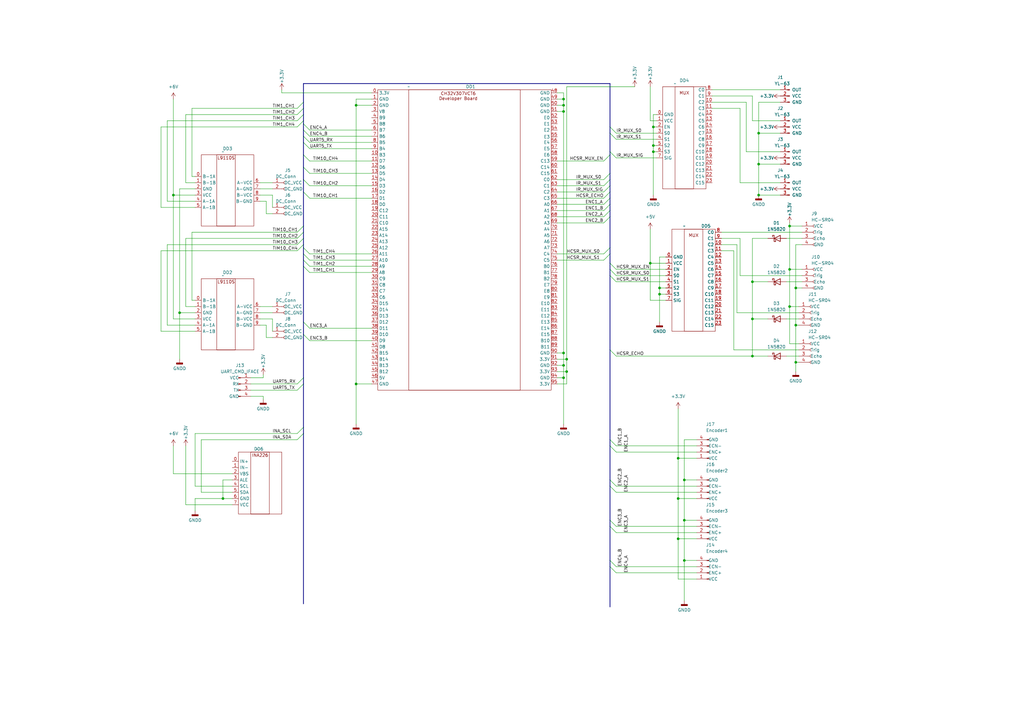
<source format=kicad_sch>
(kicad_sch (version 20231120) (generator "eeschema") (generator_version "8.0")
  (paper "A3")
  (lib_symbols
    (symbol "Conn_01x03_Pin_1" (pin_names (offset 1.016))
      (property "Reference" "J1" (at 3.81 7.62 0))
      (property "Value" "YL-63 " (at 2.54 5.08 0))
      (symbol "Conn_01x03_Pin_1_1_1"
        (pin passive line (at 3.81 2.54 180) (length 3.81) (name "OUT") (number "1"))
        (pin passive line (at 3.81 0 180) (length 3.81) (name "VCC") (number "2"))
        (pin passive line (at 3.81 -2.54 180) (length 3.81) (name "GND") (number "3"))
      )
    )
    (symbol "Conn_01x04_Pin_1" (pin_names (offset 1.016))
      (property "Reference" "J14" (at 0.635 7.62 0))
      (property "Value" "Encoder1" (at 0.635 5.08 0))
      (symbol "Conn_01x04_Pin_1_1_1"
        (pin passive line (at 5.08 2.54 180) (length 3.81) (name "VCC") (number "1"))
        (pin passive line (at 5.08 0 180) (length 3.81) (name "ENC+") (number "2"))
        (pin passive line (at 5.08 -2.54 180) (length 3.81) (name "ECN-") (number "3"))
        (pin passive line (at 5.08 -5.08 180) (length 3.81) (name "GND") (number "4"))
      )
    )
    (symbol "Connector:Conn_01x02_Socket" (pin_names (offset 1.016))
      (property "Reference" "J5" (at 0 5.08 0))
      (property "Value" "DC_Conn" (at -3.81 2.54 0))
      (symbol "Conn_01x02_Socket_1_1"
        (pin passive line (at -5.08 0 0) (length 3.81) (name "DC_VCC") (number "1"))
        (pin passive line (at -5.08 -2.54 0) (length 3.81) (name "DC_GND") (number "2"))
      )
    )
    (symbol "Connector:Conn_01x04_Pin" (pin_names (offset 1.016))
      (property "Reference" "J13" (at 0.635 7.62 0))
      (property "Value" "UART_CMD_IFACE" (at 0.635 5.08 0))
      (symbol "Conn_01x04_Pin_1_1"
        (pin passive line (at 5.08 2.54 180) (length 3.81) (name "VCC") (number "1"))
        (pin passive line (at 5.08 0 180) (length 3.81) (name "RX") (number "2"))
        (pin passive line (at 5.08 -2.54 180) (length 3.81) (name "TX") (number "3"))
        (pin passive line (at 5.08 -5.08 180) (length 3.81) (name "GND") (number "4"))
      )
    )
    (symbol "Connector:Conn_01x04_Socket" (pin_names (offset 1.016))
      (property "Reference" "J9" (at -1.27 7.62 0))
      (property "Value" "HC-SR04" (at -1.27 5.08 0))
      (symbol "Conn_01x04_Socket_1_1"
        (pin passive line (at -5.08 2.54 0) (length 3.81) (name "VCC") (number "1"))
        (pin passive line (at -5.08 0 0) (length 3.81) (name "Trig") (number "2"))
        (pin passive line (at -5.08 -2.54 0) (length 3.81) (name "Echo") (number "3"))
        (pin passive line (at -5.08 -5.08 0) (length 3.81) (name "GND") (number "4"))
      )
    )
    (symbol "Diode:1N5820" (pin_numbers hide) (pin_names (offset 1.016) hide)
      (property "Reference" "D" (at 0 2.54 0))
      (property "Value" "1N5820" (at 0 -2.54 0))
      (symbol "1N5820_1_1"
        (pin passive line (at -3.81 0 0) (length 2.54) (name "K") (number "1"))
        (pin passive line (at 3.81 0 180) (length 2.54) (name "A") (number "2"))
      )
    )
    (symbol "MUX_1"
      (property "Reference" "DD4" (at 3.81 1.27 0))
      (property "Value" "~" (at 0 0 0))
      (symbol "MUX_1_1_1"
        (text "MUX" (at 3.81 -3.81 0) (effects (font (size 1.27 1.27))))
        (pin power_in line (at -7.62 -12.7 0) (length 2.54) (name "GND") (number "0"))
        (pin power_in line (at -7.62 -15.24 0) (length 2.54) (name "VCC") (number "1"))
        (pin input line (at 15.24 -7.62 180) (length 2.54) (name "C2") (number "10"))
        (pin input line (at 15.24 -10.16 180) (length 2.54) (name "C3") (number "11"))
        (pin input line (at 15.24 -12.7 180) (length 2.54) (name "C4") (number "12"))
        (pin input line (at 15.24 -15.24 180) (length 2.54) (name "C5") (number "13"))
        (pin input line (at 15.24 -17.78 180) (length 2.54) (name "C6") (number "14"))
        (pin input line (at 15.24 -20.32 180) (length 2.54) (name "C7") (number "15"))
        (pin input line (at 15.24 -22.86 180) (length 2.54) (name "C8") (number "16"))
        (pin input line (at 15.24 -25.4 180) (length 2.54) (name "C9") (number "17"))
        (pin input line (at 15.24 -27.94 180) (length 2.54) (name "C10") (number "18"))
        (pin input line (at 15.24 -30.48 180) (length 2.54) (name "C11") (number "19"))
        (pin input line (at -7.62 -17.78 0) (length 2.54) (name "EN") (number "2"))
        (pin input line (at 15.24 -33.02 180) (length 2.54) (name "C12") (number "20"))
        (pin input line (at 15.24 -35.56 180) (length 2.54) (name "C13") (number "21"))
        (pin input line (at 15.24 -38.1 180) (length 2.54) (name "C14") (number "22"))
        (pin input line (at 15.24 -40.64 180) (length 2.54) (name "C15") (number "23"))
        (pin input line (at -7.62 -20.32 0) (length 2.54) (name "S0") (number "3"))
        (pin input line (at -7.62 -22.86 0) (length 2.54) (name "S1") (number "4"))
        (pin input line (at -7.62 -25.4 0) (length 2.54) (name "S2") (number "5"))
        (pin input line (at -7.62 -27.94 0) (length 2.54) (name "S3") (number "6"))
        (pin output line (at -7.62 -30.48 0) (length 2.54) (name "SIG") (number "7"))
        (pin input line (at 15.24 -2.54 180) (length 2.54) (name "C0") (number "8"))
        (pin input line (at 15.24 -5.08 180) (length 2.54) (name "C1") (number "9"))
      )
    )
    (symbol "maket:CH32V307VCT6"
      (property "Reference" "DD1" (at 25.4 0 0))
      (property "Value" "~" (at 0 0 0))
      (symbol "CH32V307VCT6_1_1"
        (text "CH32V307VCT6\nDeveloper Board" (at 20.32 -3.81 0) (effects (font (size 1.27 1.27))))
        (pin power_in line (at -15.24 -2.54 0) (length 2.54) (name "3.3V") (number "0"))
        (pin power_in line (at -15.24 -5.08 0) (length 2.54) (name "GND") (number "1"))
        (pin bidirectional line (at -15.24 -27.94 0) (length 2.54) (name "B3") (number "10"))
        (pin bidirectional line (at -15.24 -30.48 0) (length 2.54) (name "D7") (number "11"))
        (pin bidirectional line (at -15.24 -33.02 0) (length 2.54) (name "D6") (number "12"))
        (pin bidirectional line (at -15.24 -35.56 0) (length 2.54) (name "D5") (number "13"))
        (pin bidirectional line (at -15.24 -38.1 0) (length 2.54) (name "D4") (number "14"))
        (pin bidirectional line (at -15.24 -40.64 0) (length 2.54) (name "D3") (number "15"))
        (pin bidirectional line (at -15.24 -43.18 0) (length 2.54) (name "D2") (number "16"))
        (pin bidirectional line (at -15.24 -45.72 0) (length 2.54) (name "D1") (number "17"))
        (pin bidirectional line (at -15.24 -48.26 0) (length 2.54) (name "D0") (number "18"))
        (pin bidirectional line (at -15.24 -50.8 0) (length 2.54) (name "C12") (number "19"))
        (pin power_in line (at -15.24 -7.62 0) (length 2.54) (name "GND") (number "2"))
        (pin bidirectional line (at -15.24 -53.34 0) (length 2.54) (name "C11") (number "20"))
        (pin bidirectional line (at -15.24 -55.88 0) (length 2.54) (name "C10") (number "21"))
        (pin bidirectional line (at -15.24 -58.42 0) (length 2.54) (name "A15") (number "22"))
        (pin bidirectional line (at -15.24 -60.96 0) (length 2.54) (name "A14") (number "23"))
        (pin bidirectional line (at -15.24 -63.5 0) (length 2.54) (name "A13") (number "24"))
        (pin bidirectional line (at -15.24 -66.04 0) (length 2.54) (name "A12") (number "25"))
        (pin bidirectional line (at -15.24 -68.58 0) (length 2.54) (name "A11") (number "26"))
        (pin bidirectional line (at -15.24 -71.12 0) (length 2.54) (name "A10") (number "27"))
        (pin bidirectional line (at -15.24 -73.66 0) (length 2.54) (name "A9") (number "28"))
        (pin bidirectional line (at -15.24 -76.2 0) (length 2.54) (name "A8") (number "29"))
        (pin bidirectional line (at -15.24 -10.16 0) (length 2.54) (name "V8") (number "3"))
        (pin bidirectional line (at -15.24 -78.74 0) (length 2.54) (name "C9") (number "30"))
        (pin bidirectional line (at -15.24 -81.28 0) (length 2.54) (name "C8") (number "31"))
        (pin bidirectional line (at -15.24 -83.82 0) (length 2.54) (name "C7") (number "32"))
        (pin bidirectional line (at -15.24 -86.36 0) (length 2.54) (name "C6") (number "33"))
        (pin bidirectional line (at -15.24 -88.9 0) (length 2.54) (name "D15") (number "34"))
        (pin bidirectional line (at -15.24 -91.44 0) (length 2.54) (name "D14") (number "35"))
        (pin bidirectional line (at -15.24 -93.98 0) (length 2.54) (name "D13") (number "36"))
        (pin bidirectional line (at -15.24 -96.52 0) (length 2.54) (name "D12") (number "37"))
        (pin bidirectional line (at -15.24 -99.06 0) (length 2.54) (name "D11") (number "38"))
        (pin bidirectional line (at -15.24 -101.6 0) (length 2.54) (name "D10") (number "39"))
        (pin bidirectional line (at -15.24 -12.7 0) (length 2.54) (name "B9") (number "4"))
        (pin bidirectional line (at -15.24 -104.14 0) (length 2.54) (name "D9") (number "40"))
        (pin bidirectional line (at -15.24 -106.68 0) (length 2.54) (name "D8") (number "41"))
        (pin bidirectional line (at -15.24 -109.22 0) (length 2.54) (name "B15") (number "42"))
        (pin bidirectional line (at -15.24 -111.76 0) (length 2.54) (name "B14") (number "43"))
        (pin bidirectional line (at -15.24 -114.3 0) (length 2.54) (name "B13") (number "44"))
        (pin bidirectional line (at -15.24 -116.84 0) (length 2.54) (name "B12") (number "45"))
        (pin power_in line (at -15.24 -119.38 0) (length 2.54) (name "5V") (number "46"))
        (pin power_in line (at -15.24 -121.92 0) (length 2.54) (name "GND") (number "47"))
        (pin power_in line (at 60.96 -2.54 180) (length 2.54) (name "GND") (number "48"))
        (pin power_in line (at 60.96 -5.08 180) (length 2.54) (name "GND") (number "49"))
        (pin bidirectional line (at -15.24 -15.24 0) (length 2.54) (name "B8") (number "5"))
        (pin power_in line (at 60.96 -7.62 180) (length 2.54) (name "GND") (number "50"))
        (pin power_in line (at 60.96 -10.16 180) (length 2.54) (name "GND") (number "51"))
        (pin bidirectional line (at 60.96 -12.7 180) (length 2.54) (name "E0") (number "52"))
        (pin bidirectional line (at 60.96 -15.24 180) (length 2.54) (name "E1") (number "53"))
        (pin bidirectional line (at 60.96 -17.78 180) (length 2.54) (name "E2") (number "54"))
        (pin bidirectional line (at 60.9599 -20.5469 180) (length 2.54) (name "E3") (number "55"))
        (pin bidirectional line (at 60.96 -22.86 180) (length 2.54) (name "E4") (number "56"))
        (pin bidirectional line (at 60.96 -25.4 180) (length 2.54) (name "E5") (number "57"))
        (pin bidirectional line (at 60.96 -27.94 180) (length 2.54) (name "E6") (number "58"))
        (pin bidirectional line (at 60.96 -30.48 180) (length 2.54) (name "C13") (number "59"))
        (pin bidirectional line (at -15.24 -17.78 0) (length 2.54) (name "B7") (number "6"))
        (pin bidirectional line (at 60.96 -33.02 180) (length 2.54) (name "C14") (number "60"))
        (pin bidirectional line (at 60.96 -35.56 180) (length 2.54) (name "C15") (number "61"))
        (pin bidirectional line (at 60.96 -38.1 180) (length 2.54) (name "C0") (number "62"))
        (pin bidirectional line (at 60.96 -40.64 180) (length 2.54) (name "C1") (number "63"))
        (pin bidirectional line (at 60.96 -43.18 180) (length 2.54) (name "C2") (number "64"))
        (pin bidirectional line (at 60.96 -45.72 180) (length 2.54) (name "C3") (number "65"))
        (pin bidirectional line (at 60.96 -48.26 180) (length 2.54) (name "A0") (number "66"))
        (pin bidirectional line (at 60.96 -50.8 180) (length 2.54) (name "A1") (number "67"))
        (pin bidirectional line (at 60.96 -53.34 180) (length 2.54) (name "A2") (number "68"))
        (pin bidirectional line (at 60.96 -55.88 180) (length 2.54) (name "A3") (number "69"))
        (pin bidirectional line (at -15.24 -20.32 0) (length 2.54) (name "B6") (number "7"))
        (pin bidirectional line (at 60.96 -58.42 180) (length 2.54) (name "A4") (number "70"))
        (pin bidirectional line (at 60.96 -60.96 180) (length 2.54) (name "A5") (number "71"))
        (pin bidirectional line (at 60.96 -63.5 180) (length 2.54) (name "A6") (number "72"))
        (pin bidirectional line (at 60.96 -66.04 180) (length 2.54) (name "A7") (number "73"))
        (pin bidirectional line (at 60.96 -68.58 180) (length 2.54) (name "C4") (number "74"))
        (pin bidirectional line (at 60.96 -71.12 180) (length 2.54) (name "C5") (number "75"))
        (pin bidirectional line (at 60.96 -73.66 180) (length 2.54) (name "B0") (number "76"))
        (pin bidirectional line (at 60.96 -76.2 180) (length 2.54) (name "B1") (number "77"))
        (pin bidirectional line (at 60.96 -78.74 180) (length 2.54) (name "B2") (number "78"))
        (pin bidirectional line (at 60.96 -81.28 180) (length 2.54) (name "E7") (number "79"))
        (pin bidirectional line (at -15.24 -22.86 0) (length 2.54) (name "B5") (number "8"))
        (pin bidirectional line (at 60.96 -83.82 180) (length 2.54) (name "E8") (number "80"))
        (pin bidirectional line (at 60.96 -86.36 180) (length 2.54) (name "E9") (number "81"))
        (pin bidirectional line (at 60.96 -88.9 180) (length 2.54) (name "E10") (number "82"))
        (pin bidirectional line (at 60.96 -91.44 180) (length 2.54) (name "E11") (number "83"))
        (pin bidirectional line (at 60.96 -93.98 180) (length 2.54) (name "E12") (number "84"))
        (pin bidirectional line (at 60.96 -96.52 180) (length 2.54) (name "E13") (number "85"))
        (pin bidirectional line (at 60.96 -99.06 180) (length 2.54) (name "E14") (number "86"))
        (pin bidirectional line (at 60.96 -101.6 180) (length 2.54) (name "E15") (number "87"))
        (pin bidirectional line (at 60.96 -104.14 180) (length 2.54) (name "B10") (number "88"))
        (pin bidirectional line (at 60.96 -106.68 180) (length 2.54) (name "B11") (number "89"))
        (pin bidirectional line (at -15.24 -25.4 0) (length 2.54) (name "B4") (number "9"))
        (pin power_in line (at 60.96 -109.22 180) (length 2.54) (name "GND") (number "90"))
        (pin power_in line (at 60.96 -111.76 180) (length 2.54) (name "3.3V") (number "91"))
        (pin power_in line (at 60.96 -114.3 180) (length 2.54) (name "GND") (number "92"))
        (pin power_in line (at 60.96 -116.84 180) (length 2.54) (name "3.3V") (number "93"))
        (pin power_in line (at 60.96 -119.38 180) (length 2.54) (name "GND") (number "94"))
        (pin power_in line (at 60.96 -121.92 180) (length 2.54) (name "3.3V") (number "95"))
      )
    )
    (symbol "maket:INA226"
      (property "Reference" "DD" (at 0 0 0))
      (symbol "INA226_1_1"
        (text "INA226" (at 1.27 -2.54 0) (effects (font (size 1.27 1.27))))
        (pin input line (at -10.16 -5.08 0) (length 2.54) (name "IN+") (number "0"))
        (pin input line (at -10.16 -7.62 0) (length 2.54) (name "IN-") (number "1"))
        (pin input line (at -10.16 -10.16 0) (length 2.54) (name "VBS") (number "2"))
        (pin input line (at -10.16 -12.7 0) (length 2.54) (name "ALE") (number "3"))
        (pin input line (at -10.16 -15.24 0) (length 2.54) (name "SCL") (number "4"))
        (pin input line (at -10.16 -17.78 0) (length 2.54) (name "SDA") (number "5"))
        (pin power_in line (at -10.16 -20.32 0) (length 2.54) (name "GND") (number "6"))
        (pin power_in line (at -10.16 -22.86 0) (length 2.54) (name "VCC") (number "7"))
      )
    )
    (symbol "maket:L9110S"
      (property "Reference" "DD" (at 3.81 0 0))
      (symbol "L9110S_1_1"
        (text "L9110S" (at 1.27 -2.54 0) (effects (font (size 1.27 1.27))))
        (pin input line (at -11.43 -10.16 0) (length 2.54) (name "B-1A") (number "0"))
        (pin input line (at -11.43 -12.7 0) (length 2.54) (name "B-1B") (number "1"))
        (pin power_in line (at -11.43 -15.24 0) (length 2.54) (name "GND") (number "2"))
        (pin power_in line (at -11.43 -17.78 0) (length 2.54) (name "VCC") (number "3"))
        (pin input line (at -11.43 -20.32 0) (length 2.54) (name "A-1A") (number "4"))
        (pin input line (at -11.43 -22.86 0) (length 2.54) (name "A-1B") (number "5"))
        (pin output line (at 15.24 -12.7 180) (length 2.54) (name "A-VCC") (number "6"))
        (pin output line (at 15.24 -15.24 180) (length 2.54) (name "A-GND") (number "7"))
        (pin output line (at 15.24 -17.78 180) (length 2.54) (name "B-VCC") (number "8"))
        (pin output line (at 15.24 -20.32 180) (length 2.54) (name "B-GND") (number "9"))
      )
    )
    (symbol "maket:MUX"
      (property "Reference" "D" (at 10.16 0 0))
      (symbol "MUX_1_1"
        (text "MUX" (at 3.81 -3.81 0) (effects (font (size 1.27 1.27))))
        (pin power_in line (at -7.62 -12.7 0) (length 2.54) (name "GND") (number "0"))
        (pin power_in line (at -7.62 -15.24 0) (length 2.54) (name "VCC") (number "1"))
        (pin input line (at 15.24 -7.62 180) (length 2.54) (name "C2") (number "10"))
        (pin input line (at 15.24 -10.16 180) (length 2.54) (name "C3") (number "11"))
        (pin input line (at 15.24 -12.7 180) (length 2.54) (name "C4") (number "12"))
        (pin input line (at 15.24 -15.24 180) (length 2.54) (name "C5") (number "13"))
        (pin input line (at 15.24 -17.78 180) (length 2.54) (name "C6") (number "14"))
        (pin input line (at 15.24 -20.32 180) (length 2.54) (name "C7") (number "15"))
        (pin input line (at 15.24 -22.86 180) (length 2.54) (name "C8") (number "16"))
        (pin input line (at 15.24 -25.4 180) (length 2.54) (name "C9") (number "17"))
        (pin input line (at 15.24 -27.94 180) (length 2.54) (name "C10") (number "18"))
        (pin input line (at 15.24 -30.48 180) (length 2.54) (name "C11") (number "19"))
        (pin input line (at -7.62 -17.78 0) (length 2.54) (name "EN") (number "2"))
        (pin input line (at 15.24 -33.02 180) (length 2.54) (name "C12") (number "20"))
        (pin input line (at 15.24 -35.56 180) (length 2.54) (name "C13") (number "21"))
        (pin input line (at 15.24 -38.1 180) (length 2.54) (name "C14") (number "22"))
        (pin input line (at 15.24 -40.64 180) (length 2.54) (name "C15") (number "23"))
        (pin input line (at -7.62 -20.32 0) (length 2.54) (name "S0") (number "3"))
        (pin input line (at -7.62 -22.86 0) (length 2.54) (name "S1") (number "4"))
        (pin input line (at -7.62 -25.4 0) (length 2.54) (name "S2") (number "5"))
        (pin input line (at -7.62 -27.94 0) (length 2.54) (name "S3") (number "6"))
        (pin output line (at -7.62 -30.48 0) (length 2.54) (name "SIG") (number "7"))
        (pin input line (at 15.24 -2.54 180) (length 2.54) (name "C0") (number "8"))
        (pin input line (at 15.24 -5.08 180) (length 2.54) (name "C1") (number "9"))
      )
    )
    (symbol "power:+3.3V" (power) (pin_names (offset 0))
      (property "Value" "+3.3V" (at 0 3.556 0))
      (symbol "+3.3V_1_1"
        (pin power_in line (at 0 0 90) (length 0) hide (name "+3.3V") (number "1"))
      )
    )
    (symbol "power:+5V" (power) (pin_names (offset 0))
      (property "Value" "+5V" (at 0 3.556 0))
      (symbol "+5V_1_1"
        (pin power_in line (at 0 0 90) (length 0) hide (name "+5V") (number "1"))
      )
    )
    (symbol "power:+6V" (power) (pin_names (offset 0))
      (property "Value" "+6V" (at 0 3.556 0))
      (symbol "+6V_1_1"
        (pin power_in line (at 0 0 90) (length 0) hide (name "+6V") (number "1"))
      )
    )
    (symbol "power:GNDD" (power) (pin_names (offset 0))
      (property "Value" "GNDD" (at 0 -3.175 0))
      (symbol "GNDD_1_1"
        (pin power_in line (at 0 0 270) (length 0) hide (name "GNDD") (number "1"))
      )
    )
  )
  (junction (at 311.15 67.31))
  (junction (at 308.61 115.57))
  (junction (at 311.15 54.61))
  (junction (at 91.44 204.47))
  (junction (at 280.67 196.85))
  (junction (at 280.67 213.36))
  (junction (at 278.13 204.47))
  (junction (at 278.13 187.96))
  (junction (at 311.15 80.01))
  (junction (at 231.14 45.72))
  (junction (at 267.97 62.23))
  (junction (at 267.97 52.07))
  (junction (at 308.61 130.81))
  (junction (at 231.14 144.78))
  (junction (at 326.39 133.35))
  (junction (at 231.14 149.86))
  (junction (at 280.67 229.87))
  (junction (at 323.85 110.49))
  (junction (at 71.12 80.01))
  (junction (at 326.39 148.59))
  (junction (at 308.61 146.05))
  (junction (at 267.97 59.69))
  (junction (at 266.7 107.95))
  (junction (at 326.39 118.11))
  (junction (at 146.05 43.18))
  (junction (at 323.85 125.73))
  (junction (at 270.51 120.65))
  (junction (at 231.14 154.94))
  (junction (at 270.51 118.11))
  (junction (at 231.14 40.64))
  (junction (at 278.13 220.98))
  (junction (at 73.66 128.27))
  (junction (at 231.14 43.18))
  (junction (at 232.41 147.32))
  (junction (at 232.41 152.4))
  (junction (at 146.05 157.48))
  (junction (at 323.85 92.71))
  (bus_entry (at 121.92 97.79) (size 2.54 -2.54))
  (bus_entry (at 124.46 109.22) (size 2.54 2.54))
  (bus_entry (at 124.46 53.34) (size 2.54 2.54))
  (bus_entry (at 124.46 92.71) (size -2.54 2.54))
  (bus_entry (at 250.19 196.85) (size 2.54 2.54))
  (bus_entry (at 252.73 182.88) (size -2.54 -2.54))
  (bus_entry (at 250.19 63.5) (size -2.54 2.54))
  (bus_entry (at 124.46 154.94) (size -2.54 2.54))
  (bus_entry (at 124.46 49.53) (size -2.54 2.54))
  (bus_entry (at 124.46 106.68) (size 2.54 2.54))
  (bus_entry (at 250.19 86.36) (size -2.54 2.54))
  (bus_entry (at 124.46 73.66) (size 2.54 2.54))
  (bus_entry (at 250.19 215.9) (size 2.54 2.54))
  (bus_entry (at 250.19 232.41) (size 2.54 2.54))
  (bus_entry (at 250.19 88.9) (size -2.54 2.54))
  (bus_entry (at 250.19 78.74) (size -2.54 2.54))
  (bus_entry (at 250.19 113.03) (size 2.54 2.54))
  (bus_entry (at 250.19 110.49) (size 2.54 2.54))
  (bus_entry (at 124.46 157.48) (size -2.54 2.54))
  (bus_entry (at 250.19 52.07) (size 2.54 2.54))
  (bus_entry (at 250.19 199.39) (size 2.54 2.54))
  (bus_entry (at 124.46 68.58) (size 2.54 2.54))
  (bus_entry (at 124.46 44.45) (size -2.54 2.54))
  (bus_entry (at 124.46 137.16) (size 2.54 2.54))
  (bus_entry (at 250.19 104.14) (size -2.54 2.54))
  (bus_entry (at 250.19 213.36) (size 2.54 2.54))
  (bus_entry (at 250.19 229.87) (size 2.54 2.54))
  (bus_entry (at 250.19 101.6) (size -2.54 2.54))
  (bus_entry (at 124.46 101.6) (size 2.54 2.54))
  (bus_entry (at 250.19 83.82) (size -2.54 2.54))
  (bus_entry (at 121.92 100.33) (size 2.54 -2.54))
  (bus_entry (at 121.92 102.87) (size 2.54 -2.54))
  (bus_entry (at 124.46 46.99) (size -2.54 2.54))
  (bus_entry (at 250.19 73.66) (size -2.54 2.54))
  (bus_entry (at 124.46 58.42) (size 2.54 2.54))
  (bus_entry (at 124.46 50.8) (size 2.54 2.54))
  (bus_entry (at 124.46 55.88) (size 2.54 2.54))
  (bus_entry (at 124.46 132.08) (size 2.54 2.54))
  (bus_entry (at 250.19 54.61) (size 2.54 2.54))
  (bus_entry (at 124.46 175.26) (size -2.54 2.54))
  (bus_entry (at 252.73 185.42) (size -2.54 -2.54))
  (bus_entry (at 124.46 177.8) (size -2.54 2.54))
  (bus_entry (at 250.19 143.51) (size 2.54 2.54))
  (bus_entry (at 124.46 104.14) (size 2.54 2.54))
  (bus_entry (at 124.46 63.5) (size 2.54 2.54))
  (bus_entry (at 250.19 107.95) (size 2.54 2.54))
  (bus_entry (at 124.46 78.74) (size 2.54 2.54))
  (bus_entry (at 250.19 81.28) (size -2.54 2.54))
  (bus_entry (at 250.19 62.23) (size 2.54 2.54))
  (bus_entry (at 250.19 71.12) (size -2.54 2.54))
  (bus_entry (at 124.46 41.91) (size -2.54 2.54))
  (bus_entry (at 250.19 76.2) (size -2.54 2.54))
  (wire (pts (xy 228.6 86.36) (xy 247.65 86.36)))
  (wire (pts (xy 82.55 201.93) (xy 82.55 180.34)))
  (wire (pts (xy 127 66.04) (xy 152.4 66.04)))
  (wire (pts (xy 127 111.76) (xy 152.4 111.76)))
  (wire (pts (xy 320.04 62.23) (xy 306.07 62.23)))
  (wire (pts (xy 232.41 147.32) (xy 232.41 35.56)))
  (wire (pts (xy 311.15 54.61) (xy 311.15 67.31)))
  (wire (pts (xy 76.2 97.79) (xy 76.2 125.73)))
  (wire (pts (xy 127 60.96) (xy 152.4 60.96)))
  (wire (pts (xy 102.87 162.56) (xy 107.95 162.56)))
  (wire (pts (xy 302.26 100.33) (xy 302.26 128.27)))
  (wire (pts (xy 292.1 41.91) (xy 306.07 41.91)))
  (bus (pts (xy 124.46 154.94) (xy 124.46 157.48)))
  (wire (pts (xy 311.15 54.61) (xy 320.04 54.61)))
  (bus (pts (xy 250.19 86.36) (xy 250.19 83.82)))
  (wire (pts (xy 323.85 125.73) (xy 327.66 125.73)))
  (wire (pts (xy 231.14 154.94) (xy 231.14 173.99)))
  (wire (pts (xy 107.95 162.56) (xy 107.95 163.83)))
  (bus (pts (xy 124.46 132.08) (xy 124.46 137.16)))
  (wire (pts (xy 252.73 57.15) (xy 269.24 57.15)))
  (wire (pts (xy 311.15 67.31) (xy 320.04 67.31)))
  (wire (pts (xy 228.6 104.14) (xy 247.65 104.14)))
  (wire (pts (xy 280.67 180.34) (xy 280.67 196.85)))
  (bus (pts (xy 250.19 83.82) (xy 250.19 81.28)))
  (wire (pts (xy 106.68 125.73) (xy 111.76 125.73)))
  (wire (pts (xy 109.22 138.43) (xy 111.76 138.43)))
  (wire (pts (xy 102.87 154.94) (xy 107.95 154.94)))
  (wire (pts (xy 252.73 113.03) (xy 273.05 113.03)))
  (wire (pts (xy 323.85 125.73) (xy 323.85 110.49)))
  (bus (pts (xy 250.19 229.87) (xy 250.19 232.41)))
  (wire (pts (xy 314.96 115.57) (xy 308.61 115.57)))
  (wire (pts (xy 76.2 74.93) (xy 80.01 74.93)))
  (wire (pts (xy 91.44 204.47) (xy 80.01 204.47)))
  (wire (pts (xy 146.05 157.48) (xy 152.4 157.48)))
  (wire (pts (xy 228.6 73.66) (xy 247.65 73.66)))
  (bus (pts (xy 124.46 137.16) (xy 124.46 154.94)))
  (wire (pts (xy 228.6 45.72) (xy 231.14 45.72)))
  (wire (pts (xy 115.57 38.1) (xy 115.57 36.83)))
  (bus (pts (xy 250.19 199.39) (xy 250.19 213.36)))
  (wire (pts (xy 95.25 201.93) (xy 82.55 201.93)))
  (wire (pts (xy 314.96 130.81) (xy 308.61 130.81)))
  (wire (pts (xy 323.85 92.71) (xy 328.93 92.71)))
  (wire (pts (xy 146.05 43.18) (xy 146.05 157.48)))
  (wire (pts (xy 232.41 35.56) (xy 260.35 35.56)))
  (wire (pts (xy 66.04 135.89) (xy 66.04 102.87)))
  (wire (pts (xy 71.12 40.64) (xy 71.12 80.01)))
  (bus (pts (xy 250.19 110.49) (xy 250.19 107.95)))
  (bus (pts (xy 250.19 73.66) (xy 250.19 71.12)))
  (bus (pts (xy 124.46 100.33) (xy 124.46 101.6)))
  (wire (pts (xy 80.01 72.39) (xy 78.74 72.39)))
  (wire (pts (xy 252.73 185.42) (xy 285.75 185.42)))
  (bus (pts (xy 124.46 109.22) (xy 124.46 132.08)))
  (wire (pts (xy 109.22 82.55) (xy 109.22 87.63)))
  (wire (pts (xy 327.66 133.35) (xy 326.39 133.35)))
  (bus (pts (xy 250.19 81.28) (xy 250.19 78.74)))
  (wire (pts (xy 270.51 118.11) (xy 270.51 120.65)))
  (wire (pts (xy 127 134.62) (xy 152.4 134.62)))
  (wire (pts (xy 323.85 110.49) (xy 328.93 110.49)))
  (wire (pts (xy 109.22 133.35) (xy 109.22 138.43)))
  (bus (pts (xy 250.19 143.51) (xy 250.19 113.03)))
  (wire (pts (xy 322.58 130.81) (xy 327.66 130.81)))
  (bus (pts (xy 124.46 101.6) (xy 124.46 104.14)))
  (wire (pts (xy 95.25 204.47) (xy 91.44 204.47)))
  (wire (pts (xy 267.97 59.69) (xy 267.97 52.07)))
  (wire (pts (xy 266.7 49.53) (xy 269.24 49.53)))
  (wire (pts (xy 152.4 38.1) (xy 115.57 38.1)))
  (bus (pts (xy 250.19 88.9) (xy 250.19 86.36)))
  (wire (pts (xy 73.66 77.47) (xy 73.66 128.27)))
  (bus (pts (xy 250.19 71.12) (xy 250.19 63.5)))
  (wire (pts (xy 80.01 77.47) (xy 73.66 77.47)))
  (wire (pts (xy 278.13 167.64) (xy 278.13 187.96)))
  (wire (pts (xy 80.01 177.8) (xy 121.92 177.8)))
  (wire (pts (xy 252.73 218.44) (xy 285.75 218.44)))
  (bus (pts (xy 124.46 49.53) (xy 124.46 50.8)))
  (wire (pts (xy 228.6 78.74) (xy 247.65 78.74)))
  (wire (pts (xy 152.4 40.64) (xy 146.05 40.64)))
  (wire (pts (xy 80.01 123.19) (xy 78.74 123.19)))
  (wire (pts (xy 127 76.2) (xy 152.4 76.2)))
  (wire (pts (xy 326.39 118.11) (xy 326.39 133.35)))
  (wire (pts (xy 322.58 146.05) (xy 327.66 146.05)))
  (wire (pts (xy 78.74 72.39) (xy 78.74 44.45)))
  (wire (pts (xy 80.01 199.39) (xy 80.01 177.8)))
  (wire (pts (xy 231.14 43.18) (xy 231.14 45.72)))
  (wire (pts (xy 146.05 173.99) (xy 146.05 157.48)))
  (wire (pts (xy 228.6 40.64) (xy 231.14 40.64)))
  (wire (pts (xy 228.6 157.48) (xy 232.41 157.48)))
  (bus (pts (xy 250.19 78.74) (xy 250.19 76.2)))
  (wire (pts (xy 278.13 220.98) (xy 285.75 220.98)))
  (wire (pts (xy 71.12 194.31) (xy 71.12 182.88)))
  (wire (pts (xy 292.1 39.37) (xy 308.61 39.37)))
  (bus (pts (xy 250.19 213.36) (xy 250.19 215.9)))
  (bus (pts (xy 124.46 63.5) (xy 124.46 68.58)))
  (wire (pts (xy 252.73 182.88) (xy 285.75 182.88)))
  (wire (pts (xy 267.97 46.99) (xy 269.24 46.99)))
  (wire (pts (xy 231.14 40.64) (xy 231.14 43.18)))
  (wire (pts (xy 267.97 62.23) (xy 269.24 62.23)))
  (wire (pts (xy 252.73 234.95) (xy 285.75 234.95)))
  (wire (pts (xy 273.05 123.19) (xy 266.7 123.19)))
  (wire (pts (xy 127 81.28) (xy 152.4 81.28)))
  (wire (pts (xy 267.97 62.23) (xy 267.97 59.69)))
  (bus (pts (xy 250.19 196.85) (xy 250.19 199.39)))
  (wire (pts (xy 328.93 100.33) (xy 326.39 100.33)))
  (wire (pts (xy 95.25 207.01) (xy 76.2 207.01)))
  (bus (pts (xy 124.46 92.71) (xy 124.46 95.25)))
  (wire (pts (xy 303.53 44.45) (xy 292.1 44.45)))
  (wire (pts (xy 146.05 40.64) (xy 146.05 43.18)))
  (wire (pts (xy 323.85 140.97) (xy 323.85 125.73)))
  (wire (pts (xy 252.73 232.41) (xy 285.75 232.41)))
  (wire (pts (xy 127 104.14) (xy 152.4 104.14)))
  (wire (pts (xy 322.58 115.57) (xy 328.93 115.57)))
  (wire (pts (xy 280.67 229.87) (xy 280.67 246.38)))
  (wire (pts (xy 278.13 220.98) (xy 278.13 237.49)))
  (wire (pts (xy 295.91 95.25) (xy 328.93 95.25)))
  (wire (pts (xy 267.97 52.07) (xy 269.24 52.07)))
  (bus (pts (xy 250.19 76.2) (xy 250.19 73.66)))
  (bus (pts (xy 124.46 78.74) (xy 124.46 92.71)))
  (wire (pts (xy 228.6 81.28) (xy 247.65 81.28)))
  (wire (pts (xy 76.2 97.79) (xy 121.92 97.79)))
  (wire (pts (xy 76.2 46.99) (xy 76.2 74.93)))
  (wire (pts (xy 78.74 95.25) (xy 121.92 95.25)))
  (wire (pts (xy 76.2 46.99) (xy 121.92 46.99)))
  (wire (pts (xy 111.76 130.81) (xy 111.76 135.89)))
  (wire (pts (xy 127 71.12) (xy 152.4 71.12)))
  (wire (pts (xy 231.14 149.86) (xy 231.14 154.94)))
  (wire (pts (xy 68.58 49.53) (xy 68.58 82.55)))
  (wire (pts (xy 91.44 196.85) (xy 91.44 204.47)))
  (wire (pts (xy 78.74 44.45) (xy 121.92 44.45)))
  (wire (pts (xy 270.51 120.65) (xy 270.51 132.08)))
  (bus (pts (xy 124.46 53.34) (xy 124.46 55.88)))
  (wire (pts (xy 106.68 128.27) (xy 111.76 128.27)))
  (wire (pts (xy 80.01 135.89) (xy 66.04 135.89)))
  (bus (pts (xy 124.46 95.25) (xy 124.46 97.79)))
  (wire (pts (xy 127 55.88) (xy 152.4 55.88)))
  (wire (pts (xy 82.55 180.34) (xy 121.92 180.34)))
  (wire (pts (xy 228.6 83.82) (xy 247.65 83.82)))
  (wire (pts (xy 326.39 100.33) (xy 326.39 118.11)))
  (wire (pts (xy 106.68 82.55) (xy 109.22 82.55)))
  (wire (pts (xy 308.61 49.53) (xy 320.04 49.53)))
  (wire (pts (xy 266.7 35.56) (xy 266.7 49.53)))
  (wire (pts (xy 228.6 88.9) (xy 247.65 88.9)))
  (wire (pts (xy 273.05 107.95) (xy 266.7 107.95)))
  (wire (pts (xy 326.39 148.59) (xy 326.39 152.4)))
  (wire (pts (xy 280.67 229.87) (xy 285.75 229.87)))
  (wire (pts (xy 300.99 143.51) (xy 327.66 143.51)))
  (wire (pts (xy 71.12 80.01) (xy 80.01 80.01)))
  (wire (pts (xy 228.6 147.32) (xy 232.41 147.32)))
  (wire (pts (xy 71.12 130.81) (xy 80.01 130.81)))
  (wire (pts (xy 68.58 133.35) (xy 80.01 133.35)))
  (bus (pts (xy 250.19 180.34) (xy 250.19 182.88)))
  (wire (pts (xy 314.96 97.79) (xy 308.61 97.79)))
  (wire (pts (xy 76.2 125.73) (xy 80.01 125.73)))
  (wire (pts (xy 80.01 204.47) (xy 80.01 209.55)))
  (wire (pts (xy 273.05 105.41) (xy 270.51 105.41)))
  (wire (pts (xy 146.05 43.18) (xy 152.4 43.18)))
  (wire (pts (xy 303.53 113.03) (xy 328.93 113.03)))
  (wire (pts (xy 106.68 130.81) (xy 111.76 130.81)))
  (bus (pts (xy 124.46 68.58) (xy 124.46 73.66)))
  (wire (pts (xy 106.68 74.93) (xy 111.76 74.93)))
  (wire (pts (xy 228.6 149.86) (xy 231.14 149.86)))
  (wire (pts (xy 285.75 237.49) (xy 278.13 237.49)))
  (bus (pts (xy 124.46 46.99) (xy 124.46 49.53)))
  (wire (pts (xy 68.58 100.33) (xy 121.92 100.33)))
  (wire (pts (xy 252.73 199.39) (xy 285.75 199.39)))
  (bus (pts (xy 124.46 58.42) (xy 124.46 63.5)))
  (wire (pts (xy 232.41 157.48) (xy 232.41 152.4)))
  (bus (pts (xy 250.19 104.14) (xy 250.19 101.6)))
  (wire (pts (xy 68.58 100.33) (xy 68.58 133.35)))
  (wire (pts (xy 311.15 41.91) (xy 311.15 54.61)))
  (wire (pts (xy 66.04 102.87) (xy 121.92 102.87)))
  (wire (pts (xy 102.87 157.48) (xy 121.92 157.48)))
  (wire (pts (xy 66.04 52.07) (xy 121.92 52.07)))
  (wire (pts (xy 280.67 196.85) (xy 280.67 213.36)))
  (wire (pts (xy 95.25 194.31) (xy 71.12 194.31)))
  (wire (pts (xy 327.66 140.97) (xy 323.85 140.97)))
  (bus (pts (xy 124.46 44.45) (xy 124.46 46.99)))
  (bus (pts (xy 124.46 175.26) (xy 124.46 177.8)))
  (wire (pts (xy 111.76 80.01) (xy 111.76 85.09)))
  (wire (pts (xy 308.61 130.81) (xy 308.61 146.05)))
  (wire (pts (xy 71.12 80.01) (xy 71.12 130.81)))
  (wire (pts (xy 306.07 62.23) (xy 306.07 41.91)))
  (bus (pts (xy 124.46 34.29) (xy 124.46 41.91)))
  (bus (pts (xy 124.46 106.68) (xy 124.46 109.22)))
  (wire (pts (xy 95.25 196.85) (xy 91.44 196.85)))
  (wire (pts (xy 327.66 148.59) (xy 326.39 148.59)))
  (wire (pts (xy 231.14 45.72) (xy 231.14 144.78)))
  (wire (pts (xy 228.6 43.18) (xy 231.14 43.18)))
  (wire (pts (xy 252.73 115.57) (xy 273.05 115.57)))
  (wire (pts (xy 295.91 100.33) (xy 302.26 100.33)))
  (bus (pts (xy 250.19 232.41) (xy 250.19 248.92)))
  (wire (pts (xy 322.58 97.79) (xy 328.93 97.79)))
  (bus (pts (xy 250.19 63.5) (xy 250.19 62.23)))
  (wire (pts (xy 68.58 82.55) (xy 80.01 82.55)))
  (bus (pts (xy 124.46 97.79) (xy 124.46 100.33)))
  (wire (pts (xy 302.26 128.27) (xy 327.66 128.27)))
  (bus (pts (xy 124.46 55.88) (xy 124.46 58.42)))
  (wire (pts (xy 278.13 187.96) (xy 285.75 187.96)))
  (wire (pts (xy 252.73 146.05) (xy 308.61 146.05)))
  (wire (pts (xy 280.67 213.36) (xy 285.75 213.36)))
  (wire (pts (xy 270.51 120.65) (xy 273.05 120.65)))
  (wire (pts (xy 323.85 92.71) (xy 323.85 110.49)))
  (wire (pts (xy 106.68 133.35) (xy 109.22 133.35)))
  (wire (pts (xy 280.67 196.85) (xy 285.75 196.85)))
  (wire (pts (xy 280.67 213.36) (xy 280.67 229.87)))
  (wire (pts (xy 107.95 154.94) (xy 107.95 153.67)))
  (bus (pts (xy 250.19 143.51) (xy 250.19 180.34)))
  (bus (pts (xy 124.46 50.8) (xy 124.46 53.34)))
  (wire (pts (xy 127 58.42) (xy 152.4 58.42)))
  (wire (pts (xy 267.97 52.07) (xy 267.97 46.99)))
  (wire (pts (xy 278.13 204.47) (xy 285.75 204.47)))
  (bus (pts (xy 250.19 113.03) (xy 250.19 110.49)))
  (wire (pts (xy 270.51 105.41) (xy 270.51 118.11)))
  (wire (pts (xy 106.68 80.01) (xy 111.76 80.01)))
  (wire (pts (xy 267.97 59.69) (xy 269.24 59.69)))
  (wire (pts (xy 102.87 160.02) (xy 121.92 160.02)))
  (bus (pts (xy 124.46 177.8) (xy 124.46 247.65)))
  (wire (pts (xy 323.85 92.71) (xy 323.85 91.44)))
  (wire (pts (xy 303.53 97.79) (xy 303.53 113.03)))
  (wire (pts (xy 266.7 107.95) (xy 266.7 123.19)))
  (wire (pts (xy 66.04 85.09) (xy 66.04 52.07)))
  (wire (pts (xy 266.7 107.95) (xy 266.7 93.98)))
  (wire (pts (xy 295.91 97.79) (xy 303.53 97.79)))
  (wire (pts (xy 232.41 152.4) (xy 232.41 147.32)))
  (wire (pts (xy 252.73 215.9) (xy 285.75 215.9)))
  (bus (pts (xy 124.46 73.66) (xy 124.46 78.74)))
  (bus (pts (xy 250.19 52.07) (xy 250.19 34.29)))
  (wire (pts (xy 106.68 77.47) (xy 111.76 77.47)))
  (wire (pts (xy 270.51 118.11) (xy 273.05 118.11)))
  (bus (pts (xy 124.46 104.14) (xy 124.46 106.68)))
  (wire (pts (xy 68.58 49.53) (xy 121.92 49.53)))
  (bus (pts (xy 250.19 88.9) (xy 250.19 101.6)))
  (wire (pts (xy 303.53 74.93) (xy 303.53 44.45)))
  (bus (pts (xy 250.19 54.61) (xy 250.19 52.07)))
  (wire (pts (xy 228.6 76.2) (xy 247.65 76.2)))
  (bus (pts (xy 250.19 107.95) (xy 250.19 104.14)))
  (wire (pts (xy 311.15 80.01) (xy 320.04 80.01)))
  (wire (pts (xy 295.91 102.87) (xy 300.99 102.87)))
  (wire (pts (xy 311.15 41.91) (xy 320.04 41.91)))
  (wire (pts (xy 308.61 39.37) (xy 308.61 49.53)))
  (wire (pts (xy 326.39 133.35) (xy 326.39 148.59)))
  (wire (pts (xy 95.25 199.39) (xy 80.01 199.39)))
  (wire (pts (xy 73.66 128.27) (xy 73.66 147.32)))
  (wire (pts (xy 228.6 152.4) (xy 232.41 152.4)))
  (wire (pts (xy 127 109.22) (xy 152.4 109.22)))
  (wire (pts (xy 311.15 67.31) (xy 311.15 80.01)))
  (bus (pts (xy 250.19 34.29) (xy 124.46 34.29)))
  (wire (pts (xy 228.6 38.1) (xy 231.14 38.1)))
  (wire (pts (xy 278.13 204.47) (xy 278.13 220.98)))
  (wire (pts (xy 252.73 110.49) (xy 273.05 110.49)))
  (wire (pts (xy 127 106.68) (xy 152.4 106.68)))
  (wire (pts (xy 292.1 36.83) (xy 320.04 36.83)))
  (bus (pts (xy 250.19 182.88) (xy 250.19 196.85)))
  (wire (pts (xy 252.73 201.93) (xy 285.75 201.93)))
  (wire (pts (xy 267.97 80.01) (xy 267.97 62.23)))
  (wire (pts (xy 278.13 187.96) (xy 278.13 204.47)))
  (wire (pts (xy 228.6 106.68) (xy 247.65 106.68)))
  (wire (pts (xy 228.6 144.78) (xy 231.14 144.78)))
  (wire (pts (xy 127 53.34) (xy 152.4 53.34)))
  (wire (pts (xy 314.96 146.05) (xy 308.61 146.05)))
  (bus (pts (xy 250.19 215.9) (xy 250.19 229.87)))
  (wire (pts (xy 308.61 97.79) (xy 308.61 115.57)))
  (wire (pts (xy 328.93 118.11) (xy 326.39 118.11)))
  (wire (pts (xy 308.61 115.57) (xy 308.61 130.81)))
  (bus (pts (xy 124.46 157.48) (xy 124.46 175.26)))
  (wire (pts (xy 73.66 128.27) (xy 80.01 128.27)))
  (wire (pts (xy 228.6 154.94) (xy 231.14 154.94)))
  (wire (pts (xy 252.73 64.77) (xy 269.24 64.77)))
  (wire (pts (xy 231.14 144.78) (xy 231.14 149.86)))
  (bus (pts (xy 250.19 62.23) (xy 250.19 54.61)))
  (wire (pts (xy 127 139.7) (xy 152.4 139.7)))
  (wire (pts (xy 228.6 91.44) (xy 247.65 91.44)))
  (wire (pts (xy 320.04 74.93) (xy 303.53 74.93)))
  (wire (pts (xy 300.99 102.87) (xy 300.99 143.51)))
  (wire (pts (xy 252.73 54.61) (xy 269.24 54.61)))
  (bus (pts (xy 124.46 41.91) (xy 124.46 44.45)))
  (wire (pts (xy 78.74 95.25) (xy 78.74 123.19)))
  (wire (pts (xy 231.14 38.1) (xy 231.14 40.64)))
  (wire (pts (xy 76.2 207.01) (xy 76.2 182.88)))
  (wire (pts (xy 109.22 87.63) (xy 111.76 87.63)))
  (wire (pts (xy 80.01 85.09) (xy 66.04 85.09)))
  (wire (pts (xy 285.75 180.34) (xy 280.67 180.34)))
  (wire (pts (xy 228.6 66.04) (xy 247.65 66.04)))
  (label "UART5_RX" (at 111.76 157.48 0))
  (label "ENC3_B" (at 127 139.7 0))
  (label "ENC2_A" (at 257.81 201.93 90))
  (label "TIM1_CH4" (at 111.76 52.07 0))
  (label "TIM1_CH3" (at 128.27 106.68 0))
  (label "ENC3_B" (at 255.27 215.9 90))
  (label "IR_MUX_S1" (at 236.22 76.2 0))
  (label "ENC4_B" (at 127 55.88 0))
  (label "TIM1_CH1" (at 128.27 111.76 0))
  (label "IR_MUX_S0" (at 252.73 54.61 0))
  (label "TIM10_CH2" (at 111.76 97.79 0))
  (label "UART5_RX" (at 127 58.42 0))
  (label "ENC1_A" (at 257.81 185.42 90))
  (label "UART5_TX" (at 127 60.96 0))
  (label "TIM1_CH2" (at 128.27 109.22 0))
  (label "ENC2_B" (at 240.03 91.44 0))
  (label "HCSR_MUX_S1" (at 232.41 106.68 0))
  (label "ENC4_B" (at 255.27 232.41 90))
  (label "TIM1_CH2" (at 111.76 46.99 0))
  (label "TIM10_CH1" (at 128.27 81.28 0))
  (label "ENC3_A" (at 127 134.62 0))
  (label "TIM1_CH4" (at 128.27 104.14 0))
  (label "ENC2_A" (at 240.03 88.9 0))
  (label "INA_SDA" (at 111.76 180.34 0))
  (label "IR_MUX_SIG" (at 252.73 64.77 0))
  (label "ENC1_B" (at 255.27 182.88 90))
  (label "TIM1_CH1" (at 111.76 44.45 0))
  (label "HCSR_ECHO" (at 252.73 146.05 0))
  (label "HCSR_MUX_S0" (at 232.41 104.14 0))
  (label "TIM10_CH4" (at 128.27 66.04 0))
  (label "TIM10_CH3" (at 128.27 71.12 0))
  (label "ENC3_A" (at 257.81 218.44 90))
  (label "IR_MUX_S1" (at 252.73 57.15 0))
  (label "UART5_TX" (at 111.76 160.02 0))
  (label "HCSR_MUX_EN" (at 252.73 110.49 0))
  (label "TIM10_CH3" (at 111.76 100.33 0))
  (label "HCSR_MUX_S0" (at 252.73 113.03 0))
  (label "ENC1_A" (at 240.03 83.82 0))
  (label "ENC1_B" (at 240.03 86.36 0))
  (label "TIM1_CH3" (at 111.76 49.53 0))
  (label "ENC4_A" (at 257.81 234.95 90))
  (label "INA_SCL" (at 111.76 177.8 0))
  (label "IR_MUX_S0" (at 236.22 73.66 0))
  (label "TIM10_CH1" (at 111.76 95.25 0))
  (label "HCSR_ECHO" (at 236.22 81.28 0))
  (label "IR_MUX_SIG" (at 236.22 78.74 0))
  (label "HCSR_MUX_EN" (at 233.68 66.04 0))
  (label "ENC4_A" (at 127 53.34 0))
  (label "HCSR_MUX_S1" (at 252.73 115.57 0))
  (label "ENC2_B" (at 255.27 199.39 90))
  (label "TIM10_CH4" (at 111.76 102.87 0))
  (label "TIM10_CH2" (at 128.27 76.2 0))
  (symbol (lib_id "power:GNDD") (at 280.67 246.38 0) (unit 1)
    (property "Reference" "#PWR010" (effects (hide yes)))
    (property "Value" "GNDD" (at 280.67 250.19 0))
  )
  (symbol (lib_name "Conn_01x04_Pin_1") (lib_id "Connector:Conn_01x04_Pin") (at 290.83 201.93 180) (unit 1)
    (property "Reference" "J16" (at 289.56 190.5 0) (effects (justify right)))
    (property "Value" "Encoder2" (at 289.56 193.04 0) (effects (justify right)))
    (property "Footprint" "Connector_JST:JST_PH_S4B-PH-K_1x04_P2.00mm_Horizontal" (effects (hide yes)))
  )
  (symbol (lib_id "power:+6V") (at 71.12 182.88 0) (unit 1)
    (property "Reference" "#PWR022" (effects (hide yes)))
    (property "Value" "+6V" (at 71.12 177.8 0))
  )
  (symbol (lib_name "Conn_01x03_Pin_1") (lib_id "Connector:Conn_01x03_Pin") (at 323.85 77.47 0) (mirror y) (unit 1)
    (property "Reference" "J4" (at 320.04 69.85 0))
    (property "Value" "YL-63 " (at 321.31 72.39 0))
    (property "Footprint" "Connector_PinHeader_2.54mm:PinHeader_1x03_P2.54mm_Vertical" (effects (hide yes)))
  )
  (symbol (lib_id "Connector:Conn_01x02_Socket") (at 116.84 135.89 0) (unit 1)
    (property "Reference" "J8" (at 116.84 130.81 0) (effects (justify left)))
    (property "Value" "DC_Conn" (at 113.03 133.35 0) (effects (justify left)))
    (property "Footprint" "Connector_JST:JST_PH_S2B-PH-K_1x02_P2.00mm_Horizontal" (effects (hide yes)))
  )
  (symbol (lib_id "power:GNDD") (at 80.01 209.55 0) (unit 1)
    (property "Reference" "#PWR020" (effects (hide yes)))
    (property "Value" "GNDD" (at 80.01 213.36 0))
  )
  (symbol (lib_id "Diode:1N5820") (at 318.77 97.79 0) (unit 1)
    (property "Reference" "D1" (at 318.4525 91.44 0))
    (property "Value" "1N5820" (at 318.4525 93.98 0))
    (property "Footprint" "Diode_THT:D_DO-201AD_P15.24mm_Horizontal" (effects (hide yes)))
    (property "Datasheet" "http://www.vishay.com/docs/88526/1n5820.pdf" (effects (hide yes)))
  )
  (symbol (lib_id "Connector:Conn_01x02_Socket") (at 116.84 74.93 0) (unit 1)
    (property "Reference" "J5" (at 116.84 69.85 0) (effects (justify left)))
    (property "Value" "DC_Conn" (at 113.03 72.39 0) (effects (justify left)))
    (property "Footprint" "Connector_JST:JST_PH_S2B-PH-K_1x02_P2.00mm_Horizontal" (effects (hide yes)))
  )
  (symbol (lib_id "power:+3.3V") (at 320.04 39.37 90) (unit 1)
    (property "Reference" "#PWR01" (effects (hide yes)))
    (property "Value" "+3.3V" (at 317.5 39.37 90) (effects (justify left)))
  )
  (symbol (lib_name "Conn_01x04_Pin_1") (lib_id "Connector:Conn_01x04_Pin") (at 290.83 234.95 180) (unit 1)
    (property "Reference" "J14" (at 289.56 223.52 0) (effects (justify right)))
    (property "Value" "Encoder4" (at 289.56 226.06 0) (effects (justify right)))
    (property "Footprint" "Connector_JST:JST_PH_S4B-PH-K_1x04_P2.00mm_Horizontal" (effects (hide yes)))
  )
  (symbol (lib_id "power:+6V") (at 71.12 40.64 0) (unit 1)
    (property "Reference" "#PWR03" (effects (hide yes)))
    (property "Value" "+6V" (at 71.12 35.56 0))
  )
  (symbol (lib_id "power:+5V") (at 266.7 93.98 0) (unit 1)
    (property "Reference" "#PWR014" (effects (hide yes)))
    (property "Value" "+5V" (at 266.7 88.9 0))
  )
  (symbol (lib_name "Conn_01x03_Pin_1") (lib_id "Connector:Conn_01x03_Pin") (at 323.85 52.07 0) (mirror y) (unit 1)
    (property "Reference" "J2" (at 320.04 44.45 0))
    (property "Value" "YL-63 " (at 321.31 46.99 0))
    (property "Footprint" "Connector_PinHeader_2.54mm:PinHeader_1x03_P2.54mm_Vertical" (effects (hide yes)))
  )
  (symbol (lib_id "power:+3.3V") (at 76.2 182.88 0) (unit 1)
    (property "Reference" "#PWR015" (effects (hide yes)))
    (property "Value" "+3.3V" (at 76.2 180.34 90) (effects (justify left)))
  )
  (symbol (lib_id "maket:L9110S") (at 91.44 113.03 0) (unit 1)
    (property "Reference" "DD2" (at 93.345 111.76 0))
    (property "Value" "~" (at 91.44 113.03 0))
    (property "Footprint" "L9110S:L9110S" (effects (hide yes)))
  )
  (symbol (lib_id "Connector:Conn_01x04_Socket") (at 334.01 95.25 0) (unit 1)
    (property "Reference" "J9" (at 332.74 87.63 0) (effects (justify left)))
    (property "Value" "HC-SR04" (at 332.74 90.17 0) (effects (justify left)))
    (property "Footprint" "Connector_PinSocket_2.54mm:PinSocket_1x04_P2.54mm_Vertical" (effects (hide yes)))
  )
  (symbol (lib_id "Connector:Conn_01x04_Socket") (at 334.01 113.03 0) (unit 1)
    (property "Reference" "J10" (at 332.74 105.41 0) (effects (justify left)))
    (property "Value" "HC-SR04" (at 332.74 107.95 0) (effects (justify left)))
    (property "Footprint" "Connector_PinSocket_2.54mm:PinSocket_1x04_P2.54mm_Vertical" (effects (hide yes)))
  )
  (symbol (lib_id "Diode:1N5820") (at 318.77 115.57 0) (unit 1)
    (property "Reference" "D2" (at 318.4525 109.22 0))
    (property "Value" "1N5820" (at 318.4525 111.76 0))
    (property "Footprint" "Diode_THT:D_DO-201AD_P15.24mm_Horizontal" (effects (hide yes)))
    (property "Datasheet" "http://www.vishay.com/docs/88526/1n5820.pdf" (effects (hide yes)))
  )
  (symbol (lib_id "power:GNDD") (at 146.05 173.99 0) (unit 1)
    (property "Reference" "#PWR026" (effects (hide yes)))
    (property "Value" "GNDD" (at 146.05 177.8 0))
  )
  (symbol (lib_id "power:+3.3V") (at 266.7 35.56 0) (unit 1)
    (property "Reference" "#PWR02" (effects (hide yes)))
    (property "Value" "+3.3V" (at 266.7 33.02 90) (effects (justify left)))
  )
  (symbol (lib_id "power:GNDD") (at 231.14 173.99 0) (unit 1)
    (property "Reference" "#PWR025" (effects (hide yes)))
    (property "Value" "GNDD" (at 231.14 177.8 0))
  )
  (symbol (lib_id "maket:CH32V307VCT6") (at 167.64 35.56 0) (unit 1)
    (property "Reference" "DD1" (at 193.04 35.56 0))
    (property "Value" "~" (at 167.64 35.56 0))
    (property "Footprint" "CH32V307VCT6_dev_board:CH32V307VCT6 dev board" (effects (hide yes)))
  )
  (symbol (lib_id "Connector:Conn_01x04_Socket") (at 332.74 128.27 0) (unit 1)
    (property "Reference" "J11" (at 331.47 120.65 0) (effects (justify left)))
    (property "Value" "HC-SR04" (at 331.47 123.19 0) (effects (justify left)))
    (property "Footprint" "Connector_PinSocket_2.54mm:PinSocket_1x04_P2.54mm_Vertical" (effects (hide yes)))
  )
  (symbol (lib_id "maket:INA226") (at 105.41 184.15 0) (unit 1)
    (property "Reference" "DD6" (at 104.14 184.15 0) (effects (justify left)))
    (property "Value" "~" (at 105.41 184.15 0))
    (property "Footprint" "INA226:INA226" (effects (hide yes)))
  )
  (symbol (lib_id "power:GNDD") (at 270.51 132.08 0) (unit 1)
    (property "Reference" "#PWR013" (effects (hide yes)))
    (property "Value" "GNDD" (at 270.51 135.89 0))
  )
  (symbol (lib_id "power:+3.3V") (at 260.35 35.56 0) (unit 1)
    (property "Reference" "#PWR024" (effects (hide yes)))
    (property "Value" "+3.3V" (at 260.35 33.02 90) (effects (justify left)))
  )
  (symbol (lib_name "Conn_01x03_Pin_1") (lib_id "Connector:Conn_01x03_Pin") (at 323.85 39.37 0) (mirror y) (unit 1)
    (property "Reference" "J1" (at 320.04 31.75 0))
    (property "Value" "YL-63 " (at 321.31 34.29 0))
    (property "Footprint" "Connector_PinHeader_2.54mm:PinHeader_1x03_P2.54mm_Vertical" (effects (hide yes)))
  )
  (symbol (lib_id "power:+3.3V") (at 278.13 167.64 0) (unit 1)
    (property "Reference" "#PWR012" (effects (hide yes)))
    (property "Value" "+3.3V" (at 278.13 162.56 0))
  )
  (symbol (lib_name "Conn_01x04_Pin_1") (lib_id "Connector:Conn_01x04_Pin") (at 290.83 185.42 180) (unit 1)
    (property "Reference" "J17" (at 289.56 173.99 0) (effects (justify right)))
    (property "Value" "Encoder1" (at 289.56 176.53 0) (effects (justify right)))
    (property "Footprint" "Connector_JST:JST_PH_S4B-PH-K_1x04_P2.00mm_Horizontal" (effects (hide yes)))
  )
  (symbol (lib_name "Conn_01x04_Pin_1") (lib_id "Connector:Conn_01x04_Pin") (at 290.83 218.44 180) (unit 1)
    (property "Reference" "J15" (at 289.56 207.01 0) (effects (justify right)))
    (property "Value" "Encoder3" (at 289.56 209.55 0) (effects (justify right)))
    (property "Footprint" "Connector_JST:JST_PH_S4B-PH-K_1x04_P2.00mm_Horizontal" (effects (hide yes)))
  )
  (symbol (lib_id "Connector:Conn_01x02_Socket") (at 116.84 125.73 0) (unit 1)
    (property "Reference" "J7" (at 116.84 120.65 0) (effects (justify left)))
    (property "Value" "DC_Conn" (at 113.03 123.19 0) (effects (justify left)))
    (property "Footprint" "Connector_JST:JST_PH_S2B-PH-K_1x02_P2.00mm_Horizontal" (effects (hide yes)))
  )
  (symbol (lib_id "power:+3.3V") (at 115.57 36.83 0) (unit 1)
    (property "Reference" "#PWR023" (effects (hide yes)))
    (property "Value" "+3.3V" (at 115.57 34.29 90) (effects (justify left)))
  )
  (symbol (lib_id "power:+3.3V") (at 320.04 52.07 90) (unit 1)
    (property "Reference" "#PWR04" (effects (hide yes)))
    (property "Value" "+3.3V" (at 317.5 52.07 90) (effects (justify left)))
  )
  (symbol (lib_id "power:+3.3V") (at 320.04 64.77 90) (unit 1)
    (property "Reference" "#PWR06" (effects (hide yes)))
    (property "Value" "+3.3V" (at 317.5 64.77 90) (effects (justify left)))
  )
  (symbol (lib_id "Connector:Conn_01x02_Socket") (at 116.84 85.09 0) (unit 1)
    (property "Reference" "J6" (at 116.84 80.01 0) (effects (justify left)))
    (property "Value" "DC_Conn" (at 113.03 82.55 0) (effects (justify left)))
    (property "Footprint" "Connector_JST:JST_PH_S2B-PH-K_1x02_P2.00mm_Horizontal" (effects (hide yes)))
  )
  (symbol (lib_id "Diode:1N5820") (at 318.77 146.05 0) (unit 1)
    (property "Reference" "D4" (at 318.4525 139.7 0))
    (property "Value" "1N5820" (at 318.4525 142.24 0))
    (property "Footprint" "Diode_THT:D_DO-201AD_P15.24mm_Horizontal" (effects (hide yes)))
    (property "Datasheet" "http://www.vishay.com/docs/88526/1n5820.pdf" (effects (hide yes)))
  )
  (symbol (lib_id "Connector:Conn_01x04_Socket") (at 332.74 143.51 0) (unit 1)
    (property "Reference" "J12" (at 331.47 135.89 0) (effects (justify left)))
    (property "Value" "HC-SR04" (at 331.47 138.43 0) (effects (justify left)))
    (property "Footprint" "Connector_PinSocket_2.54mm:PinSocket_1x04_P2.54mm_Vertical" (effects (hide yes)))
  )
  (symbol (lib_id "power:GNDD") (at 73.66 147.32 0) (unit 1)
    (property "Reference" "#PWR05" (effects (hide yes)))
    (property "Value" "GNDD" (at 73.66 151.13 0))
  )
  (symbol (lib_name "MUX_1") (lib_id "maket:MUX") (at 276.86 34.29 0) (unit 1)
    (property "Reference" "DD4" (at 280.67 33.02 0))
    (property "Value" "~" (at 276.86 34.29 0))
    (property "Footprint" "CD74HC4067_good:CD74HC4067_GOOD" (effects (hide yes)))
  )
  (symbol (lib_id "power:+3.3V") (at 107.95 153.67 0) (unit 1)
    (property "Reference" "#PWR017" (effects (hide yes)))
    (property "Value" "+3.3V" (at 107.95 151.13 90) (effects (justify left)))
  )
  (symbol (lib_id "maket:L9110S") (at 91.44 62.23 0) (unit 1)
    (property "Reference" "DD3" (at 93.345 60.96 0))
    (property "Value" "~" (at 91.44 62.23 0))
    (property "Footprint" "L9110S:L9110S" (effects (hide yes)))
  )
  (symbol (lib_id "power:GNDD") (at 311.15 80.01 0) (unit 1)
    (property "Reference" "#PWR07" (effects (hide yes)))
    (property "Value" "GNDD" (at 311.15 83.82 0))
  )
  (symbol (lib_id "Diode:1N5820") (at 318.77 130.81 0) (unit 1)
    (property "Reference" "D3" (at 318.4525 124.46 0))
    (property "Value" "1N5820" (at 318.4525 127 0))
    (property "Footprint" "Diode_THT:D_DO-201AD_P15.24mm_Horizontal" (effects (hide yes)))
    (property "Datasheet" "http://www.vishay.com/docs/88526/1n5820.pdf" (effects (hide yes)))
  )
  (symbol (lib_id "power:GNDD") (at 326.39 152.4 0) (unit 1)
    (property "Reference" "#PWR016" (effects (hide yes)))
    (property "Value" "GNDD" (at 326.39 156.21 0))
  )
  (symbol (lib_id "Connector:Conn_01x04_Pin") (at 97.79 157.48 0) (unit 1)
    (property "Reference" "J13" (at 98.425 149.86 0))
    (property "Value" "UART_CMD_IFACE" (at 98.425 152.4 0))
    (property "Footprint" "Connector_PinSocket_2.54mm:PinSocket_1x04_P2.54mm_Vertical" (effects (hide yes)))
  )
  (symbol (lib_name "Conn_01x03_Pin_1") (lib_id "Connector:Conn_01x03_Pin") (at 323.85 64.77 0) (mirror y) (unit 1)
    (property "Reference" "J3" (at 320.04 57.15 0))
    (property "Value" "YL-63 " (at 321.31 59.69 0))
    (property "Footprint" "Connector_PinHeader_2.54mm:PinHeader_1x03_P2.54mm_Vertical" (effects (hide yes)))
  )
  (symbol (lib_id "power:GNDD") (at 267.97 80.01 0) (unit 1)
    (property "Reference" "#PWR09" (effects (hide yes)))
    (property "Value" "GNDD" (at 267.97 83.82 0))
  )
  (symbol (lib_id "power:GNDD") (at 107.95 163.83 0) (unit 1)
    (property "Reference" "#PWR019" (effects (hide yes)))
    (property "Value" "GNDD" (at 107.95 167.64 0))
  )
  (symbol (lib_id "power:+3.3V") (at 323.85 91.44 0) (unit 1)
    (property "Reference" "#PWR011" (effects (hide yes)))
    (property "Value" "+3.3V" (at 323.85 88.9 90) (effects (justify left)))
  )
  (symbol (lib_id "maket:MUX") (at 280.67 92.71 0) (unit 1)
    (property "Reference" "DD5" (at 289.56 92.71 0))
    (property "Value" "~" (at 280.67 92.71 0))
    (property "Footprint" "CD74HC4067_good:CD74HC4067_GOOD" (effects (hide yes)))
  )
  (symbol (lib_id "power:+3.3V") (at 320.04 77.47 90) (unit 1)
    (property "Reference" "#PWR08" (effects (hide yes)))
    (property "Value" "+3.3V" (at 317.5 77.47 90) (effects (justify left)))
  )
)
</source>
